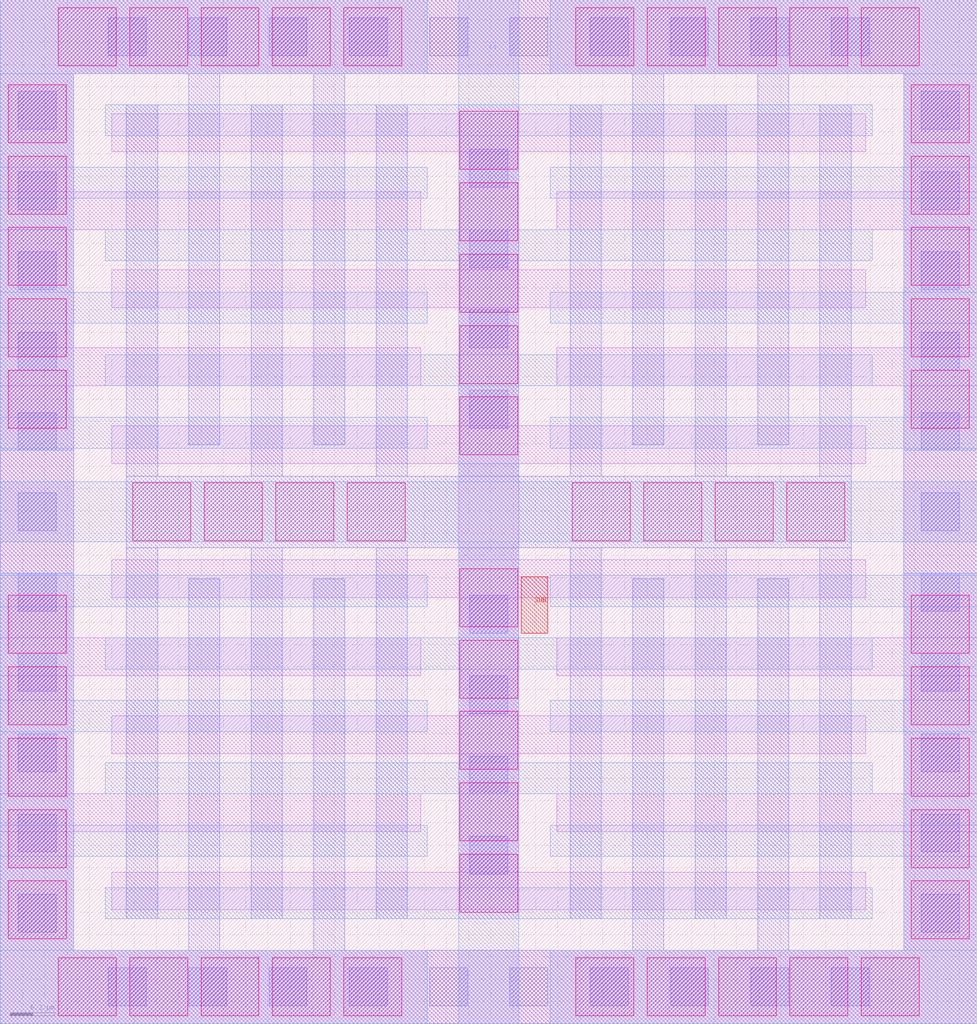
<source format=lef>
# Copyright 2020 The SkyWater PDK Authors
#
# Licensed under the Apache License, Version 2.0 (the "License");
# you may not use this file except in compliance with the License.
# You may obtain a copy of the License at
#
#     https://www.apache.org/licenses/LICENSE-2.0
#
# Unless required by applicable law or agreed to in writing, software
# distributed under the License is distributed on an "AS IS" BASIS,
# WITHOUT WARRANTIES OR CONDITIONS OF ANY KIND, either express or implied.
# See the License for the specific language governing permissions and
# limitations under the License.
#
# SPDX-License-Identifier: Apache-2.0

VERSION 5.7 ;
  NOWIREEXTENSIONATPIN ON ;
  DIVIDERCHAR "/" ;
  BUSBITCHARS "[]" ;
MACRO sky130_fd_pr__cap_vpp_04p4x04p6_l1m1m2_noshield
  CLASS BLOCK ;
  FOREIGN sky130_fd_pr__cap_vpp_04p4x04p6_l1m1m2_noshield ;
  ORIGIN  0.000000  0.000000 ;
  SIZE  4.380000 BY  4.590000 ;
  PIN C0
    PORT
      LAYER met2 ;
        RECT 0.000000 0.000000 1.915000 0.330000 ;
        RECT 0.000000 0.330000 0.330000 0.750000 ;
        RECT 0.000000 0.750000 1.915000 0.890000 ;
        RECT 0.000000 0.890000 0.330000 1.310000 ;
        RECT 0.000000 1.310000 1.915000 1.450000 ;
        RECT 0.000000 1.450000 0.330000 1.870000 ;
        RECT 0.000000 1.870000 1.915000 2.010000 ;
        RECT 0.000000 2.010000 0.330000 2.020000 ;
        RECT 0.000000 2.570000 0.330000 2.580000 ;
        RECT 0.000000 2.580000 1.915000 2.720000 ;
        RECT 0.000000 2.720000 0.330000 3.140000 ;
        RECT 0.000000 3.140000 1.915000 3.280000 ;
        RECT 0.000000 3.280000 0.330000 3.700000 ;
        RECT 0.000000 3.700000 1.915000 3.840000 ;
        RECT 0.000000 3.840000 0.330000 4.260000 ;
        RECT 0.000000 4.260000 1.915000 4.590000 ;
        RECT 2.465000 0.000000 4.380000 0.330000 ;
        RECT 2.465000 0.750000 4.380000 0.890000 ;
        RECT 2.465000 1.310000 4.380000 1.450000 ;
        RECT 2.465000 1.870000 4.380000 2.010000 ;
        RECT 2.465000 2.580000 4.380000 2.720000 ;
        RECT 2.465000 3.140000 4.380000 3.280000 ;
        RECT 2.465000 3.700000 4.380000 3.840000 ;
        RECT 2.465000 4.260000 4.380000 4.590000 ;
        RECT 4.050000 0.330000 4.380000 0.750000 ;
        RECT 4.050000 0.890000 4.380000 1.310000 ;
        RECT 4.050000 1.450000 4.380000 1.870000 ;
        RECT 4.050000 2.010000 4.380000 2.020000 ;
        RECT 4.050000 2.570000 4.380000 2.580000 ;
        RECT 4.050000 2.720000 4.380000 3.140000 ;
        RECT 4.050000 3.280000 4.380000 3.700000 ;
        RECT 4.050000 3.840000 4.380000 4.260000 ;
    END
  END C0
  PIN C1
    PORT
      LAYER met2 ;
        RECT 0.000000 2.160000 4.380000 2.430000 ;
        RECT 0.470000 0.470000 3.910000 0.610000 ;
        RECT 0.470000 1.030000 3.910000 1.170000 ;
        RECT 0.470000 1.590000 3.910000 1.730000 ;
        RECT 0.470000 2.860000 3.910000 3.000000 ;
        RECT 0.470000 3.420000 3.910000 3.560000 ;
        RECT 0.470000 3.980000 3.910000 4.120000 ;
        RECT 2.055000 0.000000 2.325000 0.470000 ;
        RECT 2.055000 0.610000 2.325000 1.030000 ;
        RECT 2.055000 1.170000 2.325000 1.590000 ;
        RECT 2.055000 1.730000 2.325000 2.160000 ;
        RECT 2.055000 2.430000 2.325000 2.860000 ;
        RECT 2.055000 3.000000 2.325000 3.420000 ;
        RECT 2.055000 3.560000 2.325000 3.980000 ;
        RECT 2.055000 4.120000 2.325000 4.590000 ;
    END
  END C1
  PIN SUB
    PORT
      LAYER pwell ;
        RECT 2.335000 1.750000 2.455000 2.005000 ;
    END
  END SUB
  OBS
    LAYER li1 ;
      RECT 0.000000 0.000000 4.380000 0.330000 ;
      RECT 0.000000 0.330000 0.330000 0.860000 ;
      RECT 0.000000 0.860000 1.885000 1.030000 ;
      RECT 0.000000 1.030000 0.330000 1.560000 ;
      RECT 0.000000 1.560000 1.885000 1.730000 ;
      RECT 0.000000 1.730000 0.330000 2.860000 ;
      RECT 0.000000 2.860000 1.885000 3.030000 ;
      RECT 0.000000 3.030000 0.330000 3.560000 ;
      RECT 0.000000 3.560000 1.885000 3.730000 ;
      RECT 0.000000 3.730000 0.330000 4.260000 ;
      RECT 0.000000 4.260000 4.380000 4.590000 ;
      RECT 0.500000 0.510000 3.880000 0.680000 ;
      RECT 0.500000 1.210000 3.880000 1.380000 ;
      RECT 0.500000 1.910000 3.880000 2.080000 ;
      RECT 0.500000 2.510000 3.880000 2.680000 ;
      RECT 0.500000 3.210000 3.880000 3.380000 ;
      RECT 0.500000 3.910000 3.880000 4.080000 ;
      RECT 2.055000 0.680000 2.325000 1.210000 ;
      RECT 2.055000 1.380000 2.325000 1.910000 ;
      RECT 2.055000 2.080000 2.325000 2.510000 ;
      RECT 2.055000 2.680000 2.325000 3.210000 ;
      RECT 2.055000 3.380000 2.325000 3.910000 ;
      RECT 2.495000 0.860000 4.380000 1.030000 ;
      RECT 2.495000 1.560000 4.380000 1.730000 ;
      RECT 2.495000 2.860000 4.380000 3.030000 ;
      RECT 2.495000 3.560000 4.380000 3.730000 ;
      RECT 4.050000 0.330000 4.380000 0.860000 ;
      RECT 4.050000 1.030000 4.380000 1.560000 ;
      RECT 4.050000 1.730000 4.380000 2.860000 ;
      RECT 4.050000 3.030000 4.380000 3.560000 ;
      RECT 4.050000 3.730000 4.380000 4.260000 ;
    LAYER mcon ;
      RECT 0.080000 0.410000 0.250000 0.580000 ;
      RECT 0.080000 0.770000 0.250000 0.940000 ;
      RECT 0.080000 1.130000 0.250000 1.300000 ;
      RECT 0.080000 1.490000 0.250000 1.660000 ;
      RECT 0.080000 1.850000 0.250000 2.020000 ;
      RECT 0.080000 2.210000 0.250000 2.380000 ;
      RECT 0.080000 2.570000 0.250000 2.740000 ;
      RECT 0.080000 2.930000 0.250000 3.100000 ;
      RECT 0.080000 3.290000 0.250000 3.460000 ;
      RECT 0.080000 3.650000 0.250000 3.820000 ;
      RECT 0.080000 4.010000 0.250000 4.180000 ;
      RECT 0.485000 0.080000 0.655000 0.250000 ;
      RECT 0.485000 4.340000 0.655000 4.510000 ;
      RECT 0.845000 0.080000 1.015000 0.250000 ;
      RECT 0.845000 4.340000 1.015000 4.510000 ;
      RECT 1.205000 0.080000 1.375000 0.250000 ;
      RECT 1.205000 4.340000 1.375000 4.510000 ;
      RECT 1.565000 0.080000 1.735000 0.250000 ;
      RECT 1.565000 4.340000 1.735000 4.510000 ;
      RECT 1.925000 0.080000 2.095000 0.250000 ;
      RECT 1.925000 4.340000 2.095000 4.510000 ;
      RECT 2.105000 0.670000 2.275000 0.840000 ;
      RECT 2.105000 1.030000 2.275000 1.200000 ;
      RECT 2.105000 1.390000 2.275000 1.560000 ;
      RECT 2.105000 1.750000 2.275000 1.920000 ;
      RECT 2.105000 2.670000 2.275000 2.840000 ;
      RECT 2.105000 3.030000 2.275000 3.200000 ;
      RECT 2.105000 3.390000 2.275000 3.560000 ;
      RECT 2.105000 3.750000 2.275000 3.920000 ;
      RECT 2.285000 0.080000 2.455000 0.250000 ;
      RECT 2.285000 4.340000 2.455000 4.510000 ;
      RECT 2.645000 0.080000 2.815000 0.250000 ;
      RECT 2.645000 4.340000 2.815000 4.510000 ;
      RECT 3.005000 0.080000 3.175000 0.250000 ;
      RECT 3.005000 4.340000 3.175000 4.510000 ;
      RECT 3.365000 0.080000 3.535000 0.250000 ;
      RECT 3.365000 4.340000 3.535000 4.510000 ;
      RECT 3.725000 0.080000 3.895000 0.250000 ;
      RECT 3.725000 4.340000 3.895000 4.510000 ;
      RECT 4.130000 0.410000 4.300000 0.580000 ;
      RECT 4.130000 0.770000 4.300000 0.940000 ;
      RECT 4.130000 1.130000 4.300000 1.300000 ;
      RECT 4.130000 1.490000 4.300000 1.660000 ;
      RECT 4.130000 1.850000 4.300000 2.020000 ;
      RECT 4.130000 2.210000 4.300000 2.380000 ;
      RECT 4.130000 2.570000 4.300000 2.740000 ;
      RECT 4.130000 2.930000 4.300000 3.100000 ;
      RECT 4.130000 3.290000 4.300000 3.460000 ;
      RECT 4.130000 3.650000 4.300000 3.820000 ;
      RECT 4.130000 4.010000 4.300000 4.180000 ;
    LAYER met1 ;
      RECT 0.000000 0.000000 4.380000 0.330000 ;
      RECT 0.000000 0.330000 0.330000 4.260000 ;
      RECT 0.000000 4.260000 4.380000 4.590000 ;
      RECT 0.565000 0.470000 0.705000 2.135000 ;
      RECT 0.565000 2.135000 3.815000 2.455000 ;
      RECT 0.565000 2.455000 0.705000 4.120000 ;
      RECT 0.845000 0.330000 0.985000 1.995000 ;
      RECT 0.845000 2.595000 0.985000 4.260000 ;
      RECT 1.125000 0.470000 1.265000 2.135000 ;
      RECT 1.125000 2.455000 1.265000 4.120000 ;
      RECT 1.405000 0.330000 1.545000 1.995000 ;
      RECT 1.405000 2.595000 1.545000 4.260000 ;
      RECT 1.685000 0.470000 1.825000 2.135000 ;
      RECT 1.685000 2.455000 1.825000 4.120000 ;
      RECT 2.055000 0.470000 2.325000 2.135000 ;
      RECT 2.055000 2.455000 2.325000 4.120000 ;
      RECT 2.555000 0.470000 2.695000 2.135000 ;
      RECT 2.555000 2.455000 2.695000 4.120000 ;
      RECT 2.835000 0.330000 2.975000 1.995000 ;
      RECT 2.835000 2.595000 2.975000 4.260000 ;
      RECT 3.115000 0.470000 3.255000 2.135000 ;
      RECT 3.115000 2.455000 3.255000 4.120000 ;
      RECT 3.395000 0.330000 3.535000 1.995000 ;
      RECT 3.395000 2.595000 3.535000 4.260000 ;
      RECT 3.675000 0.470000 3.815000 2.135000 ;
      RECT 3.675000 2.455000 3.815000 4.120000 ;
      RECT 4.050000 0.330000 4.380000 4.260000 ;
    LAYER via ;
      RECT 0.035000 0.380000 0.295000 0.640000 ;
      RECT 0.035000 0.700000 0.295000 0.960000 ;
      RECT 0.035000 1.020000 0.295000 1.280000 ;
      RECT 0.035000 1.340000 0.295000 1.600000 ;
      RECT 0.035000 1.660000 0.295000 1.920000 ;
      RECT 0.035000 2.670000 0.295000 2.930000 ;
      RECT 0.035000 2.990000 0.295000 3.250000 ;
      RECT 0.035000 3.310000 0.295000 3.570000 ;
      RECT 0.035000 3.630000 0.295000 3.890000 ;
      RECT 0.035000 3.950000 0.295000 4.210000 ;
      RECT 0.260000 0.035000 0.520000 0.295000 ;
      RECT 0.260000 4.295000 0.520000 4.555000 ;
      RECT 0.580000 0.035000 0.840000 0.295000 ;
      RECT 0.580000 4.295000 0.840000 4.555000 ;
      RECT 0.595000 2.165000 0.855000 2.425000 ;
      RECT 0.900000 0.035000 1.160000 0.295000 ;
      RECT 0.900000 4.295000 1.160000 4.555000 ;
      RECT 0.915000 2.165000 1.175000 2.425000 ;
      RECT 1.220000 0.035000 1.480000 0.295000 ;
      RECT 1.220000 4.295000 1.480000 4.555000 ;
      RECT 1.235000 2.165000 1.495000 2.425000 ;
      RECT 1.540000 0.035000 1.800000 0.295000 ;
      RECT 1.540000 4.295000 1.800000 4.555000 ;
      RECT 1.555000 2.165000 1.815000 2.425000 ;
      RECT 2.060000 0.500000 2.320000 0.760000 ;
      RECT 2.060000 0.820000 2.320000 1.080000 ;
      RECT 2.060000 1.140000 2.320000 1.400000 ;
      RECT 2.060000 1.460000 2.320000 1.720000 ;
      RECT 2.060000 1.780000 2.320000 2.040000 ;
      RECT 2.060000 2.550000 2.320000 2.810000 ;
      RECT 2.060000 2.870000 2.320000 3.130000 ;
      RECT 2.060000 3.190000 2.320000 3.450000 ;
      RECT 2.060000 3.510000 2.320000 3.770000 ;
      RECT 2.060000 3.830000 2.320000 4.090000 ;
      RECT 2.565000 2.165000 2.825000 2.425000 ;
      RECT 2.580000 0.035000 2.840000 0.295000 ;
      RECT 2.580000 4.295000 2.840000 4.555000 ;
      RECT 2.885000 2.165000 3.145000 2.425000 ;
      RECT 2.900000 0.035000 3.160000 0.295000 ;
      RECT 2.900000 4.295000 3.160000 4.555000 ;
      RECT 3.205000 2.165000 3.465000 2.425000 ;
      RECT 3.220000 0.035000 3.480000 0.295000 ;
      RECT 3.220000 4.295000 3.480000 4.555000 ;
      RECT 3.525000 2.165000 3.785000 2.425000 ;
      RECT 3.540000 0.035000 3.800000 0.295000 ;
      RECT 3.540000 4.295000 3.800000 4.555000 ;
      RECT 3.860000 0.035000 4.120000 0.295000 ;
      RECT 3.860000 4.295000 4.120000 4.555000 ;
      RECT 4.085000 0.380000 4.345000 0.640000 ;
      RECT 4.085000 0.700000 4.345000 0.960000 ;
      RECT 4.085000 1.020000 4.345000 1.280000 ;
      RECT 4.085000 1.340000 4.345000 1.600000 ;
      RECT 4.085000 1.660000 4.345000 1.920000 ;
      RECT 4.085000 2.670000 4.345000 2.930000 ;
      RECT 4.085000 2.990000 4.345000 3.250000 ;
      RECT 4.085000 3.310000 4.345000 3.570000 ;
      RECT 4.085000 3.630000 4.345000 3.890000 ;
      RECT 4.085000 3.950000 4.345000 4.210000 ;
  END
END sky130_fd_pr__cap_vpp_04p4x04p6_l1m1m2_noshield
END LIBRARY

</source>
